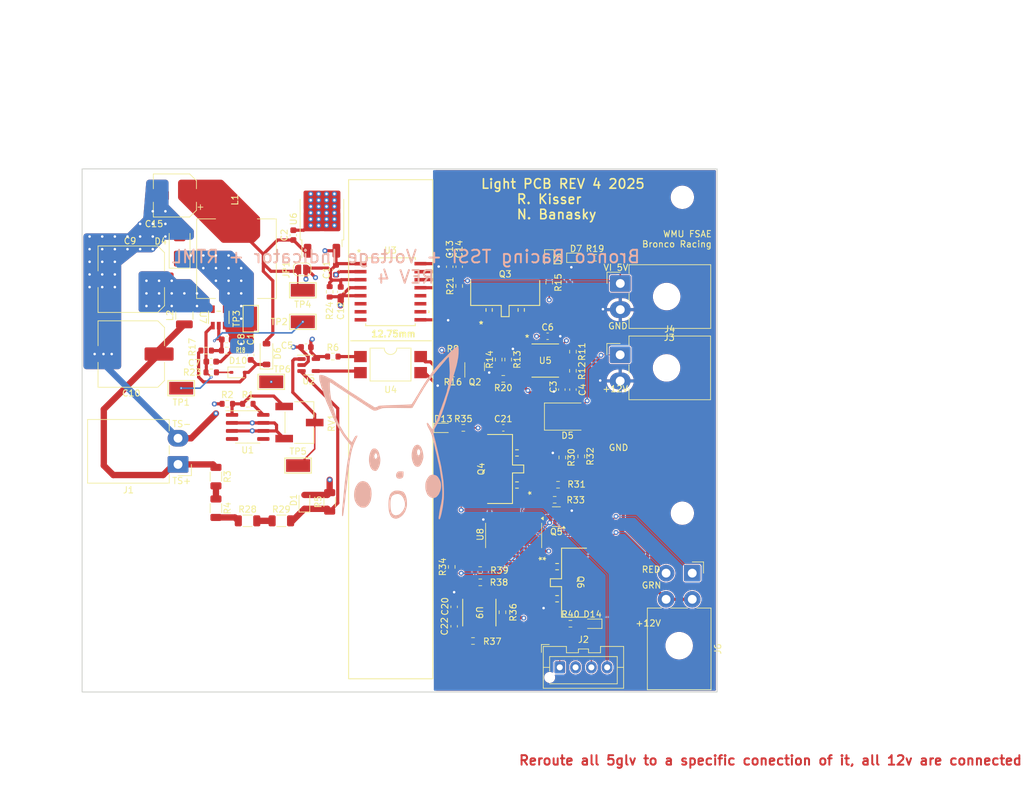
<source format=kicad_pcb>
(kicad_pcb (version 20241229) (generator "pcbnew") (generator_version "9.0")
  (layers (0 "F.Cu" signal) (4 "In1.Cu" signal) (6 "In2.Cu" signal) (2 "B.Cu" signal) (13 "F.Paste" user) (15 "B.Paste" user) (5 "F.SilkS" user "F.Silkscreen") (7 "B.SilkS" user "B.Silkscreen") (1 "F.Mask" user) (3 "B.Mask" user) (25 "Edge.Cuts" user))
  (net 0 "")
  (net 1 "GND")
  (net 2 "+5V")
  (net 3 "TS-")
  (net 4 "+12V")
  (net 5 "Net-(D10-A)")
  (net 6 "Net-(D4-K)")
  (net 7 "Net-(U5-CV)")
  (net 8 "Net-(U5-THR)")
  (net 9 "+5V@GLV")
  (net 10 "Net-(U7-VCC)")
  (net 11 "Net-(U7-DRAIN)")
  (net 12 "Net-(D1-K)")
  (net 13 "Net-(U8-J=*A-B)")
  (net 14 "Net-(D3-A)")
  (net 15 "/Ext-LED-RED")
  (net 16 "Net-(D5-A)")
  (net 17 "Net-(D7-A)")
  (net 18 "Net-(Q2-B)")
  (net 19 "Net-(Q2-C)")
  (net 20 "Net-(Q3-G)")
  (net 21 "Net-(U1-K)")
  (net 22 "Net-(U1-REF)")
  (net 23 "TS+")
  (net 24 "Net-(U5-DIS)")
  (net 25 "Net-(U5-Q)")
  (net 26 "Net-(U7-FB)")
  (net 27 "Net-(U3-SEL)")
  (net 28 "Net-(U2-+)")
  (net 30 "Net-(R3-Pad2)")
  (net 31 "Net-(R6-Pad2)")
  (net 32 "Net-(R16-Pad1)")
  (net 38 "Net-(U2-Pad4)")
  (net 39 "Net-(R28-Pad1)")
  (net 40 "Net-(R28-Pad2)")
  (net 41 "Net-(D6-A)")
  (net 42 "Net-(D10-K)")
  (net 43 "Net-(U9-CV)")
  (net 44 "Net-(U9-THR)")
  (net 45 "/Ext-LED-AMBER_AFT")
  (net 46 "/Ext-LED-GREEN")
  (net 47 "Net-(D13-A)")
  (net 48 "Net-(D14-A)")
  (net 49 "BMS Fault")
  (net 50 "IMD Fault")
  (net 51 "Net-(Q4-G)")
  (net 52 "Net-(Q5-B)")
  (net 53 "Net-(Q5-C)")
  (net 54 "Net-(Q6-G)")
  (net 55 "Net-(U9-DIS)")
  (net 56 "Net-(U9-Q)")
  (footprint "Capacitor_SMD:C_0603_1608Metric" (layer "F.Cu") (at 118.015001 91.78)
    (property "Reference" "C8")
    (property "Value" "470p")
  )
  (footprint "LED_SMD:LED_0603_1608Metric" (layer "F.Cu") (at 152.2963 105.77)
    (property "Reference" "D13")
    (property "Value" "LED-Green")
  )
  (footprint "footprints:SO_0DVER_TEX" (layer "F.Cu") (at 143.9379 84.215)
    (property "Reference" "U3")
    (property "Value" "UCC12040DVE")
  )
  (footprint "Resistor_SMD:R_0603_1608Metric" (layer "F.Cu") (at 172.8199 93.7034 -90)
    (property "Reference" "R11")
    (property "Value" "22k")
  )
  (footprint "Resistor_SMD:R_0603_1608Metric" (layer "F.Cu") (at 161.665 134.945 90)
    (property "Reference" "R36")
    (property "Value" "22k")
  )
  (footprint "Capacitor_SMD:C_0603_1608Metric" (layer "F.Cu") (at 172.8199 99.705 90)
    (property "Reference" "C4")
    (property "Value" "1u")
  )
  (footprint "Resistor_SMD:R_1206_3216Metric" (layer "F.Cu") (at 134.315 117.48 90)
    (property "Reference" "R5")
    (property "Value" "20K")
  )
  (footprint "Resistor_SMD:R_0603_1608Metric" (layer "F.Cu") (at 174.135 110.27 -90)
    (property "Reference" "R32")
    (property "Value" "22k")
  )
  (footprint "Package_TO_SOT_SMD:SOT-23-5" (layer "F.Cu") (at 130.9975 95.82)
    (property "Reference" "U2")
    (property "Value" "LMV331")
  )
  (footprint "footprints 555:M08A-L" (layer "F.Cu") (at 168.44245 95.1084)
    (property "Reference" "U5")
    (property "Value" "LM555xN")
  )
  (footprint "Resistor_SMD:R_0603_1608Metric" (layer "F.Cu") (at 154.815 83.305 90)
    (property "Reference" "R21")
    (property "Value" "0")
  )
  (footprint "IRLZ44NSTRLPBF:NMOSGDS_D2PAK_INF" (layer "F.Cu") (at 162.095 81.4313)
    (property "Reference" "Q3")
    (property "Value" "IRLZ44N")
  )
  (footprint "Package_TO_SOT_SMD:TO-252-2" (layer "F.Cu") (at 133.095 72.69 90)
    (property "Reference" "U6")
    (property "Value" "L7805")
  )
  (footprint "Capacitor_SMD:C_0603_1608Metric" (layer "F.Cu") (at 168.815 91.2634)
    (property "Reference" "C6")
    (property "Value" "0.1u")
  )
  (footprint "Capacitor_SMD:CP_Elec_6.3x7.7" (layer "F.Cu") (at 109.815 68.98 180)
    (property "Reference" "C15")
    (property "Value" "100u")
  )
  (footprint "Resistor_SMD:R_0603_1608Metric" (layer "F.Cu") (at 134.815 94.48)
    (property "Reference" "R6")
    (property "Value" "1k")
  )
  (footprint "LED_SMD:LED_0603_1608Metric" (layer "F.Cu") (at 175.9225 136.77 180)
    (property "Reference" "D14")
    (property "Value" "LED-Red")
  )
  (footprint "Capacitor_SMD:C_0603_1608Metric" (layer "F.Cu") (at 128.565 75.255 90)
    (property "Reference" "C2")
    (property "Value" "0.1u")
  )
  (footprint "Jumper:SolderJumper-2_P1.3mm_Open_RoundedPad1.0x1.5mm" (layer "F.Cu") (at 129.965 80.68)
    (property "Reference" "JP1")
    (property "Value" "SolderJumper_2_Open")
  )
  (footprint "Capacitor_SMD:C_0603_1608Metric" (layer "F.Cu") (at 153.315 80.2634 90)
    (property "Reference" "C13")
    (property "Value" "10u")
  )
  (footprint "Package_TO_SOT_SMD:SOT-23" (layer "F.Cu") (at 170.1975 119.82 180)
    (property "Reference" "Q5")
    (property "Value" "MMBT3904")
  )
  (footprint "Inductor_SMD:L_12x12mm_H8mm" (layer "F.Cu") (at 119.565 78.98 90)
    (property "Reference" "L1")
    (property "Value" "1.2m")
  )
  (footprint "Diode_SMD:D_SOD-323" (layer "F.Cu") (at 119.815 96.98)
    (property "Reference" "D10")
    (property "Value" "1N4148WS")
  )
  (footprint "Capacitor_SMD:C_0603_1608Metric" (layer "F.Cu") (at 154.815 80.2634 90)
    (property "Reference" "C14")
    (property "Value" "0.1u")
  )
  (footprint "LED_SMD:LED_0603_1608Metric" (layer "F.Cu") (at 169.065 79.0575 -90)
    (property "Reference" "D3")
    (property "Value" "LED-Yellow")
  )
  (footprint "LED_SMD:LED_0603_1608Metric" (layer "F.Cu") (at 173.315 78.84)
    (property "Reference" "D7")
    (property "Value" "LED-Red")
  )
  (footprint "Resistor_SMD:R_0603_1608Metric" (layer "F.Cu") (at 157 139.4979 180)
    (property "Reference" "R37")
    (property "Value" "220k")
  )
  (footprint "Resistor_SMD:R_0603_1608Metric" (layer "F.Cu") (at 114.765001 93.53)
    (property "Reference" "R17")
    (property "Value" "20k")
  )
  (footprint "Resistor_SMD:R_0603_1608Metric" (layer "F.Cu") (at 161.79 98.005 180)
    (property "Reference" "R20")
    (property "Value" "22k")
  )
  (footprint "Resistor_SMD:R_0603_1608Metric" (layer "F.Cu") (at 170.46 114.77 180)
    (property "Reference" "R31")
    (property "Value" "1k")
  )
  (footprint "Diode_SMD:D_SOD-123" (layer "F.Cu") (at 124.315 94.08 90)
    (property "Reference" "D6")
    (property "Value" "1N4007")
  )
  (footprint "Capacitor_SMD:C_0603_1608Metric" (layer "F.Cu") (at 121.815 94.23 90)
    (property "Reference" "C1")
    (property "Value" "220n")
  )
  (footprint "Capacitor_SMD:C_0603_1608Metric" (layer "F.Cu") (at 154.015 137.17 -90)
    (property "Reference" "C22")
    (property "Value" "1u")
  )
  (footprint "Capacitor_SMD:C_0603_1608Metric" (layer "F.Cu") (at 115.565 95.28)
    (property "Reference" "C7")
    (property "Value" "2.2u")
  )
  (footprint "Resistor_SMD:R_0603_1608Metric" (layer "F.Cu") (at 172.4225 136.77 180)
    (property "Reference" "R40")
    (property "Value" "1k")
  )
  (footprint "TestPoint:TestPoint_Keystone_5019_Minature" (layer "F.Cu") (at 125.065 98.48)
    (property "Reference" "TP6")
    (property "Value" "TestPoint")
  )
  (footprint "Resistor_SMD:R_0603_1608Metric" (layer "F.Cu") (at 155.4713 105.77)
    (property "Reference" "R35")
    (property "Value" "2.2k")
  )
  (footprint "Resistor_SMD:R_0603_1608Metric" (layer "F.Cu") (at 162.565 94.9534 -90)
    (property "Reference" "R13")
    (property "Value" "100k")
  )
  (footprint "MountingHole:MountingHole_3.2mm_M3" (layer "F.Cu") (at 100.135 119.27)
    (property "Reference" "H3" (hide yes))
    (property "Value" "MountingHole")
  )
  (footprint "MP174AGJ_Z:TSOT23-5_MP174A_MNP" (layer "F.Cu") (at 116.765001 88.28 90)
    (property "Reference" "U7")
    (property "Value" "MP174AGJ-Z")
  )
  (footprint "Resistor_SMD:R_0603_1608Metric" (layer "F.Cu") (at 158.16 130.22 180)
    (property "Reference" "R38")
    (property "Value" "100k")
  )
  (footprint "Connector_TE-Connectivity:TE_MATE-N-LOK_1-770968-x_2x02_P4.14mm_Horizontal" (layer "F.Cu") (at 191.705 128.76 -90)
    (property "Reference" "J6")
    (property "Value" "Conn_01x04")
  )
  (footprint "Capacitor_SMD:C_0603_1608Metric" (layer "F.Cu") (at 130.565 92.98 180)
    (property "Reference" "C5")
    (property "Value" "0.1u")
  )
  (footprint "TestPoint:TestPoint_Keystone_5019_Minature" (layer "F.Cu") (at 110.815 99.48)
    (property "Reference" "TP1")
    (property "Value" "TestPoint")
  )
  (footprint "Resistor_SMD:R_0603_1608Metric" (layer "F.Cu") (at 158.135 128.27)
    (property "Reference" "R39")
    (property "Value" "1k")
  )
  (footprint "Resistor_SMD:R_0603_1608Metric" (layer "F.Cu") (at 118.015001 93.53)
    (property "Reference" "R18")
    (property "Value" "20k")
  )
  (footprint "Resistor_SMD:R_0603_1608Metric" (layer "F.Cu") (at 153.635 127.77 90)
    (property "Reference" "R34")
    (property "Value" "22k" (hide yes))
  )
  (footprint "TestPoint:TestPoint_Keystone_5019_Minature" (layer "F.Cu") (at 129.315 111.73)
    (property "Reference" "TP5")
    (property "Value" "TestPoint")
  )
  (footprint "Resistor_SMD:R_0603_1608Metric" (layer "F.Cu") (at 153.815 97.1634)
    (property "Reference" "R16")
    (property "Value" "220k")
  )
  (footprint "Capacitor_SMD:C_0603_1608Metric" (layer "F.Cu") (at 154.015 134.095 -90)
    (property "Reference" "C20")
    (property "Value" "0.1u")
  )
  (footprint "Resistor_SMD:R_0603_1608Metric" (layer "F.Cu") (at 176.315 78.84)
    (property "Reference" "R19")
    (property "Value" "1k")
  )
  (footprint "Resistor_SMD:R_0603_1608Metric" (layer "F.Cu") (at 172.815 96.73 -90)
    (property "Reference" "R12")
    (property "Value" "220k")
  )
  (footprint "Resistor_SMD:R_1206_3216Metric" (layer "F.Cu") (at 126.6675 120.48)
    (property "Reference" "R29")
    (property "Value" "500k")
  )
  (footprint "Capacitor_SMD:C_0603_1608Metric" (layer "F.Cu") (at 136.065 84.23 -90)
    (property "Reference" "C12")
    (property "Value" "0.1u")
  )
  (footprint "Resistor_SMD:R_0603_1608Metric" (layer "F.Cu") (at 169.065 82.77 -90)
    (property "Reference" "R15")
    (property "Value" "2.2k")
  )
  (footprint "MountingHole:MountingHole_3.2mm_M3" (layer "F.Cu") (at 190.135 119.27)
    (property "Reference" "H4" (hide yes))
    (property "Value" "MountingHole")
  )
  (footprint "Capacitor_SMD:C_0603_1608Metric" (layer "F.Cu") (at 135.315 80.755 -90)
    (property "Reference" "C11")
    (property "Value" "10u")
  )
  (footprint "Inductor_SMD:L_1210_3225Metric" (layer "F.Cu") (at 111.315 87.98 90)
    (property "Reference" "L2")
    (property "Value" "1m")
  )
  (footprint "Resistor_SMD:R_0603_1608Metric" (layer "F.Cu") (at 161.065 94.9534 90)
    (property "Reference" "R14")
    (property "Value" "1k")
  )
  (footprint "Potentiometer_SMD:Potentiometer_Bourns_3269W_Vertical" (layer "F.Cu") (at 129.53 104.92 90)
    (property "Reference" "RV1")
    (property "Value" "R_Potentiometer")
  )
  (footprint "Resistor_SMD:R_0603_1608Metric" (layer "F.Cu") (at 121.365 101.96)
    (property "Reference" "R1")
    (property "Value" "2.2k")
  )
  (footprint "Diode_SMD:D_SMA" (layer "F.Cu") (at 110.565 76.98 90)
    (property "Reference" "D4")
    (property "Value" "STTH1R06A")
  )
  (footprint "MountingHole:MountingHole_3.2mm_M3" (layer "F.Cu") (at 100.135 69.27)
    (property "Reference" "H1" (hide yes))
    (property "Value" "MountingHole")
  )
  (footprint "Resistor_SMD:R_0603_1608Metric" (layer "F.Cu") (at 171.135 110.445 -90)
    (property "Reference" "R30")
    (property "Value" "220k")
  )
  (footprint "Capacitor_SMD:C_Elec_10x10.2" (layer "F.Cu") (at 102.915 94.08 180)
    (property "Reference" "C10")
    (property "Value" "500V 3.9u")
  )
  (footprint "Package_SO:SOIC-14_3.9x8.7mm_P1.27mm" (layer "F.Cu") (at 163.436 122.795 -90)
    (property "Reference" "U8")
    (property "Value" "CD4093BM96")
  )
  (footprint "IRLZ44NSTRLPBF:NMOSGDS_D2PAK_INF" (layer "F.Cu") (at 158.2963 112.27 90)
    (property "Reference" "Q4")
    (property "Value" "IRLZ44N")
  )
  (footprint "Connector_TE-Connectivity:TE_MATE-N-LOK_1-770966-x_1x02_P4.14mm_Horizontal" (layer "F.Cu") (at 180.295 94.2)
    (property "Reference" "J4")
    (property "Value" "Conn_01x02")
  )
  (footprint "Connector_TE-Connectivity:TE_MATE-N-LOK_1-770966-x_1x02_P4.14mm_Horizontal" (layer "F.Cu") (at 110.315 111.55 180)
    (property "Reference" "J1")
    (property "Value" "TE 770966-2")
  )
  (footprint "Resistor_SMD:R_1206_3216Metric" (layer "F.Cu") (at 116.315 113.48 -90)
    (property "Reference" "R3")
    (property "Value" "500k")
  )
  (footprint "TestPoint:TestPoint_Keystone_5019_Minature" (layer "F.Cu") (at 130.065 88.98)
    (property "Reference" "TP2")
    (property "Value" "TestPoint")
  )
  (footprint "Resistor_SMD:R_1206_3216Metric" (layer "F.Cu") (at 121.315 120.48)
    (property "Reference" "R28")
    (property "Value" "500k")
  )
  (footprint "MountingHole:MountingHole_3.2mm_M3" (layer "F.Cu") (at 190.135 69.27)
    (property "Reference" "H2" (hide yes))
    (property "Value" "MountingHole")
  )
  (footprint "TestPoint:TestPoint_Keystone_5019_Minature" (layer "F.Cu") (at 130.065 83.98 180)
    (property "Reference" "TP4")
    (property "Value" "TestPoint")
  )
  (footprint "Connector_TE-Connectivity:TE_MATE-N-LOK_1-770966-x_1x02_P4.14mm_Horizontal" (layer "F.Cu") (at 180.315 82.91)
    (property "Reference" "J3")
    (property "Value" "Conn_01x02")
  )
  (footprint "footprints 555:M08A-L" (layer "F.Cu") (at 158 134.9979 -90)
    (property "Reference" "U9")
    (property "Value" "LM555xN")
  )
  (footprint "Diode_SMD:D_SMB" (layer "F.Cu") (at 171.965 103.98)
    (property "Reference" "D5")
    (property "Value" "SSB43L")
  )
  (footprint "Capacitor_SMD:C_Elec_10x10.2" (layer "F.Cu") (at 102.915 82.23 180)
    (property "Reference" "C9")
    (property "Value" "500V 3.9u")
  )
  (footprint "Connector_JST:JST_XA_B04B-XASK-1-A_1x04_P2.50mm_Vertical" (layer "F.Cu") (at 170.735 143.67)
    (property "Reference" "J2")
    (property "Value" "JST B04B-XASK")
  )
  (footprint "Resistor_SMD:R_0603_1608Metric" (layer "F.Cu") (at 169.93 117.15)
    (property "Reference" "R33")
    (property "Value" "220k")
  )
  (footprint "Resistor_SMD:R_0603_1608Metric" (layer "F.Cu") (at 115.565 96.98)
    (property "Reference" "R23")
    (property "Value" "24k")
  )
  (footprint "Resistor_SMD:R_0603_1608Metric" (layer "F.Cu") (at 153.815 94.5134 180)
    (property "Reference" "R9")
    (property "Value" "22k")
  )
  (footprint "Package_TO_SOT_SMD:SOT-23" (layer "F.Cu") (at 157.265 96.0759 90)
    (property "Reference" "Q2")
    (property "Value" "MMBT3904")
  )
  (footprint "Resistor_SMD:R_0603_1608Metric" (layer "F.Cu") (at 134.315 84.23 -90)
    (property "Reference" "R24")
    (property "Value" "1k")
  )
  (footprint "Resistor_SMD:R_0603_1608Metric" (layer "F.Cu") (at 118.115 101.96)
    (property "Reference" "R2")
    (property "Value" "2.2k")
  )
  (footprint "TestPoint:TestPoint_Keystone_5019_Minature" (layer "F.Cu") (at 121.815 88.48 90)
    (property "Reference" "TP3")
    (property "Value" "TestPoint")
  )
  (footprint "Package_SO:SOIC-8_3.9x4.9mm_P1.27mm" (layer "F.Cu") (at 121.34 105.615)
    (property "Reference" "U1")
    (property "Value" "TL431D")
  )
  (footprint "Resistor_SMD:R_1206_3216Metric" (layer "F.Cu") (at 116.315 118.48 -90)
    (property "Reference" "R4")
    (property "Value" "500k")
  )
  (footprint "Capacitor_SMD:C_0603_1608Metric" (layer "F.Cu") (at 161.7963 105.77)
    (property "Reference" "C21")
    (property "Value" "0.1u")
  )
  (footprint "Diode_SMD:D_SOD-323F" (layer "F.Cu") (at 130.315 117.48 90)
    (property "Reference" "D1")
    (property "Value" "BZT52C5V1SQ-7-F")
  )
  (footprint "IRLZ44NSTRLPBF:NMOSGDS_D2PAK_INF" (layer "F.Cu") (at 175.9737 130.27 -90)
    (property "Reference" "Q6")
    (property "Value" "IRLZ44N")
  )
  (footprint "Package_DIP:SMDIP-4_W9.53mm" (layer "F.Cu") (at 143.95 95.75)
    (property "Reference" "U4")
    (property "Value" "LTV-817S")
  )
  (footprint "Capacitor_SMD:C_0603_1608Metric" (layer "F.Cu") (at 171.065 99.705 90)
    (property "Reference" "C3")
    (property "Value" "0.1u")
  )
  (footprint "TSAL:pika" (layer "B.Cu") (at 143.635 106.27 180)
    (property "Reference" "G***" (hide yes))
    (property "Value" "LOGO" (hide yes))
  )
  (gr_rect (start 137.315 66.48) (end 150.635 145.48) (stroke (width 0.15)) (fill no) (layer "F.SilkS"))
  (gr_line (start 137.64 91.98) (end 150.39 91.98) (stroke (width 0.15)) (layer "F.SilkS"))
  (gr_rect (start 95.135 64.77) (end 195.635 147.57) (stroke (width 0.15)) (fill no) (layer "Edge.Cuts"))
  (gr_text "Reroute all 5glv to a specific conection of it, all 12v are connected\n" (at 164.135 159.27 0) (layer "F.Cu") (effects (font (size 1.5 1.5) (thickness 0.3) (bold yes)) (justify left bottom)))
  (gr_text "Light PCB REV 4 2025 	\n	R. Kisser\n	N. Banasky\n" (at 158.135 66.27 0) (layer "F.SilkS") (effects (font (size 1.5 1.5) (thickness 0.25) (bold yes)) (justify left top)))
  (gr_text "+12V" (at 182.635 137.27 0) (layer "F.SilkS") (effects (font (size 1 1)) (justify left bottom)))
  (gr_text "12.75mm" (at 140.765 91.48 0) (layer "F.SilkS") (effects (font (size 1 1) (thickness 0.25) (bold yes)) (justify left bottom)))
  (gr_text "VI 5V" (at 177.565 80.98 0) (layer "F.SilkS") (effects (font (size 1 1)) (justify left bottom)))
  (gr_text "TS-\n" (at 109.315 105.73 0) (layer "F.SilkS") (effects (font (size 1 1)) (justify left bottom)))
  (gr_text "RED" (at 183.635 128.77 0) (layer "F.SilkS") (effects (font (size 1 1)) (justify left bottom)))
  (gr_text "GRN" (at 183.635 131.27 0) (layer "F.SilkS") (effects (font (size 1 1)) (justify left bottom)))
  (gr_text "+12V" (at 177.415 100.18 0) (layer "F.SilkS") (effects (font (size 1 1)) (justify left bottom)))
  (gr_text "GND" (at 178.315 90.23 0) (layer "F.SilkS") (effects (font (size 1 1)) (justify left bottom)))
  (gr_text "GND" (at 178.415 109.48 0) (layer "F.SilkS") (effects (font (size 1 1)) (justify left bottom)))
  (gr_text "WMU FSAE \nBronco Racing " (at 195.635 77.27 0) (layer "F.SilkS") (effects (font (size 1 1)) (justify right bottom)))
  (gr_text "TS+\n" (at 109.315 114.73 0) (layer "F.SilkS") (effects (font (size 1 1)) (justify left bottom)))
  (gr_text "Bronco Racing TSSI + Voltage Indicator + RTML\nREV 4" (at 146.385 80.27 0) (layer "B.SilkS") (effects (font (size 2 2) (thickness 0.3)) (justify mirror)))
  (segment (start 162.5713 105.77) (end 163.883 105.77) (width 0.1) (layer "F.Cu") (net 1))
  (segment (start 153.315 79.4884) (end 153.315 78.23) (width 0.25) (layer "F.Cu") (net 1))
  (segment (start 171.025 109.73) (end 169.635 109.73) (width 0.25) (layer "F.Cu") (net 1))
  (segment (start 169.85 99.9784) (end 169.815 100.0134) (width 0.25) (layer "F.Cu") (net 1))
  (segment (start 148.715 97.02) (end 149.355 97.02) (width 0.5) (layer "F.Cu") (net 1))
  (segment (start 148.675 81.04) (end 150.755 81.04) (width 0.5) (layer "F.Cu") (net 1))
  (segment (start 171.065 99.9833) (end 171.0699 99.9784) (width 0.25) (layer "F.Cu") (net 1))
  (segment (start 180.315 87.05) (end 177.635 87.05) (width 0.25) (layer "F.Cu") (net 1))
  (segment (start 169.635 109.73) (end 166.2973 109.73) (width 0.25) (layer "F.Cu") (net 1))
  (segment (start 158.685 120.32) (end 158.635 120.27) (width 0.2) (layer "F.Cu") (net 1))
  (segment (start 152.66019 135.77) (end 153.28519 136.395) (width 0.25) (layer "F.Cu") (net 1))
  (segment (start 152.3066 79.4884) (end 151.565 80.23) (width 0.5) (layer "F.Cu") (net 1))
  (segment (start 149.355 97.02) (end 151.415 99.08) (width 0.5) (layer "F.Cu") (net 1))
  (segment (start 153.11019 133.32) (end 152.66019 133.77) (width 0.25) (layer "F.Cu") (net 1))
  (segment (start 154.015 133.32) (end 153.11019 133.32) (width 0.25) (layer "F.Cu") (net 1))
  (segment (start 171.135 109.62) (end 171.025 109.73) (width 0.25) (layer "F.Cu") (net 1))
  (segment (start 151.105 79.77) (end 151.565 80.23) (width 0.5) (layer "F.Cu") (net 1))
  (segment (start 177.135 98.27) (end 177.205 98.34) (width 0.1) (layer "F.Cu") (net 1))
  (segment (start 151.565 80.23) (end 151.815 80.23) (width 0.25) (layer "F.Cu") (net 1))
  (segment (start 152.995 88.66) (end 153.065 88.73) (width 0.5) (layer "F.Cu") (net 1))
  (segment (start 177.635 87.05) (end 177.565 86.98) (width 0.25) (layer "F.Cu") (net 1))
  (segment (start 164.355 90.6423) (end 163.315 91.6823) (width 0.35) (layer "F.Cu") (net 1))
  (segment (start 172.8199 99.9784) (end 171.0699 99.9784) (width 0.25) (layer "F.Cu") (net 1))
  (segment (start 163.883 105.77) (end 166.2973 108.1843) (width 0.1) (layer "F.Cu") (net 1))
  (segment (start 171.065 100.48) (end 171.065 99.9833) (width 0.25) (layer "F.Cu") (net 1))
  (segment (start 148.315 97.032) (end 149.367 97.032) (width 0.5) (layer "F.Cu") (net 1))
  (segment (start 153.315 79.4884) (end 154.815 79.4884) (width 0.25) (layer "F.Cu") (net 1))
  (segment (start 172.8199 100.48) (end 172.8199 99.9784) (width 0.25) (layer "F.Cu") (net 1))
  (segment (start 169.59 91.2634) (end 170.815 91.2634) (width 0.25) (layer "F.Cu") (net 1))
  (segment (start 172.5275 78.84) (end 172.5275 80.3025) (width 0.25) (layer "F.Cu") (net 1))
  (segment (start 171.0699 99.9784) (end 169.85 99.9784) (width 0.25) (layer "F.Cu") (net 1))
  (segment (start 162.565 94.0134) (end 163.315 93.2634) (width 0.25) (layer "F.Cu") (net 1))
  (segment (start 166.2973 108.1843) (end 166.2973 109.73) (width 0.1) (layer "F.Cu") (net 1))
  (segment (start 159.626 120.32) (end 158.685 120.32) (width 0.2) (layer "F.Cu") (net 1))
  (segment (start 162.565 94.1284) (end 162.565 94.0134) (width 0.25) (layer "F.Cu") (net 1))
  (segment (start 154.015 133.32) (end 154.015 131.77) (width 0.25) (layer "F.Cu") (net 1))
  (segment (start 163.375 93.2034) (end 163.315 93.2634) (width 0.25) (layer "F.Cu") (net 1))
  (segment (start 158.215 97.0134) (end 159.565 97.0134) (width 0.25) (layer "F.Cu") (net 1))
  (segment (start 177.205 98.34) (end 180.295 98.34) (width 0.1) (layer "F.Cu") (net 1))
  (segment (start 162.5713 105.77) (end 162.9338 105.77) (width 0.1) (layer "F.Cu") (net 1))
  (segment (start 148.675 88.66) (end 152.995 88.66) (width 0.5) (layer "F.Cu") (net 1))
  (segment (start 153.28519 136.395) (end 154.015 136.395) (width 0.25) (layer "F.Cu") (net 1))
  (segment (start 148.675 79.77) (end 151.105 79.77) (width 0.5) (layer "F.Cu") (net 1))
  (segment (start 160.33965 132.81) (end 168.134 132.81) (width 0.5) (layer "F.Cu") (net 1))
  (segment (start 150.755 81.04) (end 151.565 80.23) (width 0.5) (layer "F.Cu") (net 1))
  (segment (start 159.905 132.37535) (end 159.905 131.14) (width 0.15) (layer "F.Cu") (net 1))
  (segment (start 171.135 118.87) (end 172.635 118.87) (width 0.2) (layer "F.Cu") (net 1))
  (segment (start 172.5275 80.3025) (end 172.565 80.34) (width 0.25) (layer "F.Cu") (net 1))
  (segment (start 153.315 79.4884) (end 152.3066 79.4884) (width 0.5) (layer "F.Cu") (net 1))
  (segment (start 152.66019 133.77) (end 152.66019 135.77) (width 0.25) (layer "F.Cu") (net 1))
  (segment (start 168.134 132.81) (end 168.094 132.77) (width 0.5) (layer "F.Cu") (net 1))
  (segment (start 165.8199 93.2034) (end 163.375 93.2034) (width 0.25) (layer "F.Cu") (net 1))
  (segment (start 163.315 91.6823) (end 163.315 93.2634) (width 0.35) (layer "F.Cu") (net 1))
  (segment (start 168.134 132.81) (end 168.134 134.269) (width 0.5) (layer "F.Cu") (net 1))
  (segment (start 153.065 88.73) (end 152.955 88.62) (width 0.25) (layer "F.Cu") (net 1))
  (segment (start 159.905 132.37535) (end 160.33965 132.81) (width 0.5) (layer "F.Cu") (net 1))
  (segment (start 159.905 131.14) (end 158.985 130.22) (width 0.15) (layer "F.Cu") (net 1))
  (via (at 177.565 86.98) (size 0.8) (drill 0.4) (layers "F.Cu" "B.Cu") (net 1))
  (via (at 151.565 80.23) (size 0.8) (drill 0.4) (layers "F.Cu" "B.Cu") (net 1))
  (via (at 168.173849 134.291494) (size 0.8) (drill 0.4) (layers "F.Cu" "B.Cu") (net 1))
  (via (at 170.815 91.2634) (size 0.8) (drill 0.4) (layers "F.Cu" "B.Cu") (net 1))
  (via (at 169.815 100.0134) (size 0.8) (drill 0.4) (layers "F.Cu" "B.Cu") (net 1))
  (via (at 177.135 98.27) (size 0.8) (drill 0.4) (layers "F.Cu" "B.Cu") (net 1))
  (via (at 159.565 97.0134) (size 0.8) (drill 0.4) (layers "F.Cu" "B.Cu") (net 1))
  (via (at 158.635 120.27) (size 0.8) (drill 0.4) (layers "F.Cu" "B.Cu") (net 1))
  (via (at 172.635 118.87) (size 0.8) (drill 0.4) (layers "F.Cu" "B.Cu") (net 1))
  (via (at 153.315 78.23) (size 0.8) (drill 0.4) (layers "F.Cu" "B.Cu") (net 1))
  (via (at 172.565 80.34) (size 0.8) (drill 0.4) (layers "F.Cu" "B.Cu") (net 1))
  (via (at 151.415 99.08) (size 0.8) (drill 0.4) (layers "F.Cu" "B.Cu") (net 1))
  (via (at 169.635 109.73) (size 0.8) (drill 0.4) (layers "F.Cu" "B.Cu") (net 1))
  (via (at 154.015 131.77) (size 0.8) (drill 0.4) (layers "F.Cu" "B.Cu") (net 1))
  (via (at 153.065 88.73) (size 0.8) (drill 0.4) (layers "F.Cu" "B.Cu") (net 1))
  (via (at 163.315 93.2634) (size 0.8) (drill 0.4) (layers "F.Cu" "B.Cu") (net 1))
  (segment (start 139.2008 79.77) (end 135.525 79.77) (width 0.5) (layer "F.Cu") (net 2))
  (segment (start 116.085 101.96) (end 116.065 101.98) (width 0.5) (layer "F.Cu") (net 2))
  (segment (start 132.135 94.55) (end 132.135 94.87) (width 0.5) (layer "F.Cu") (net 2))
  (segment (start 130.565 80.48) (end 130.565 82.23) (width 0.5) (layer "F.Cu") (net 2))
  (segment (start 130.565 80.48) (end 132.065 81.98) (width 0.5) (layer "F.Cu") (net 2))
  (segment (start 136.135 82.31) (end 136.065 82.38) (width 0.5) (layer "F.Cu") (net 2))
  (segment (start 132.065 94.48) (end 132.135 94.55) (width 0.5) (layer "F.Cu") (net 2))
  (segment (start 117.29 101.96) (end 116.085 101.96) (width 0.5) (layer "F.Cu") (net 2))
  (segment (start 131.34 93.755) (end 132.065 94.48) (width 0.5) (layer "F.Cu") (net 2))
  (segment (start 136.065 82.38) (end 134.715 82.38) (width 0.5) (layer "F.Cu") (net 2))
  (segment (start 134.315 83.405) (end 134.315 82.78) (width 0.5) (layer "F.Cu") (net 2))
  (segment (start 134.315 82.78) (end 134.715 82.38) (width 0.5) (layer "F.Cu") (net 2))
  (segment (start 135.565 79.73) (end 135.315 79.98) (width 0.5) (layer "F.Cu") (net 2))
  (segment (start 135.315 77.79) (end 135.375 77.73) (width 0.5) (layer "F.Cu") (net 2))
  (segment (start 133.99 94.48) (end 132.065 94.48) (width 0.5) (layer "F.Cu") (net 2))
  (segment (start 134.715 82.38) (end 134.44 82.105) (width 0.5) (layer "F.Cu") (net 2))
  (segment (start 135.375 77.73) (end 133.565 77.73) (width 0.5) (layer "F.Cu") (net 2))
  (segment (start 136.065 83.455) (end 136.065 82.38) (width 0.5) (layer "F.Cu") (net 2))
  (segment (start 131.34 92.98) (end 131.34 91.955) (width 0.5) (layer "F.Cu") (net 2))
  (segment (start 134.44 82.105) (end 134.44 80.855) (width 0.5) (layer "F.Cu") (net 2))
  (segment (start 131.34 92.98) (end 131.34 93.755) (width 0.5) (layer "F.Cu") (net 2))
  (segment (start 130.565 80.48) (end 134.065 80.48) (width 0.5) (layer "F.Cu") (net 2))
  (segment (start 135.315 79.98) (end 135.315 77.79) (width 0.5) (layer "F.Cu") (net 2))
  (segment (start 134.065 80.48) (end 134.44 80.855) (width 0.5) (layer "F.Cu") (net 2))
  (segment (start 134.44 80.855) (end 135.315 79.98) (width 0.5) (layer "F.Cu") (net 2))
  (segment (start 139.2008 82.31) (end 136.135 82.31) (width 0.5) (layer "F.Cu") (net 2))
  (segment (start 131.34 91.955) (end 131.565 91.73) (width 0.5) (layer "F.Cu") (net 2))
  (segment (start 135.525 79.77) (end 135.315 79.98) (width 0.5) (layer "F.Cu") (net 2))
  (via (at 132.065 81.98) (size 0.8) (drill 0.4) (layers "F.Cu" "B.Cu") (net 2))
  (via (at 133.565 77.73) (size 0.8) (drill 0.4) (layers "F.Cu" "B.Cu") (net 2))
  (via (at 116.065 101.98) (size 0.8) (drill 0.4) (layers "F.Cu" "B.Cu") (net 2))
  (via (at 131.565 91.73) (size 0.8) (drill 0.4) (layers "F.Cu" "B.Cu") (net 2))
  (via (at 130.565 82.23) (size 0.8) (drill 0.4) (layers "F.Cu" "B.Cu") (net 2))
  (segment (start 130.315 116.38) (end 133.9525 116.38) (width 1) (layer "F.Cu") (net 3))
  (segment (start 136.065 86.33) (end 136.015 86.38) (width 1) (layer "F.Cu") (net 3))
  (segment (start 125.905 106.25) (end 123.815 106.25) (width 0.5) (layer "F.Cu") (net 3))
  (segment (start 125.905 106.25) (end 125.905 105.32) (width 0.5) (layer "F.Cu") (net 3))
  (segment (start 136.065 85.005) (end 134.365 85.005) (width 0.5) (layer "F.Cu") (net 3))
  (segment (start 123.815 106.25) (end 122.085 106.25) (width 0.5) (layer "F.Cu") (net 3))
  (segment (start 123.815 104.98) (end 122.065 104.98) (width 0.5) (layer "F.Cu") (net 3))
  (segment (start 129.86 95.82) (end 130.354474 95.82) (width 0.5) (layer "F.Cu") (net 3))
  (segment (start 130.9225 95.251974) (end 130.9225 94.488026) (width 0.5) (layer "F.Cu") (net 3))
  (segment (start 130.195 74.48) (end 131.57 73.105) (width 0.5) (layer "F.Cu") (net 3))
  (segment (start 137.49 83.58) (end 136.065 85.005) (width 0.5) (layer "F.Cu") (net 3))
  (segment (start 122.045 106.25) (end 122.065 106.23) (width 0.5) (layer "F.Cu") (net 3))
  (segment (start 128.565 74.48) (end 130.195 74.48) (width 0.5) (layer "F.Cu") (net 3))
  (segment (start 129.79 93.355526) (end 129.79 92.98) (width 0.5) (layer "F.Cu") (net 3))
  (segment (start 135.805 81.04) (end 139.2008 81.04) (width 0.5) (layer "F.Cu") (net 3))
  (segment (start 130.354474 95.82) (end 130.9225 95.251974) (width 0.5) (layer "F.Cu") (net 3))
  (segment (start 136.22 84.85) (end 136.065 85.005) (width 0.5) (layer "F.Cu") (net 3))
  (segment (start 134.315 116.0175) (end 134.315 113.98) (width 1) (layer "F.Cu") (net 3))
  (segment (start 125.905 105.32) (end 125.565 104.98) (width 0.5) (layer "F.Cu") (net 3))
  (segment (start 110.315 107.41) (end 112.385 107.41) (width 1) (layer "F.Cu") (net 3))
  (segment (start 130.9225 94.488026) (end 129.79 93.355526) (width 0.5) (layer "F.Cu") (net 3))
  (segment (start 112.385 107.41) (end 116.315 103.48) (width 1) (layer "F.Cu") (net 3))
  (segment (start 125.565 104.98) (end 123.815 104.98) (width 0.5) (layer "F.Cu") (net 3))
  (segment (start 118.865 104.98) (end 122.065 104.98) (width 0.5) (layer "F.Cu") (net 3))
  (segment (start 139.2008 84.85) (end 136.22 84.85) (width 0.5) (layer "F.Cu") (net 3))
  (segment (start 135.315 81.53) (end 135.805 81.04) (width 0.5) (layer "F.Cu") (net 3))
  (segment (start 127.115 107.46) (end 125.905 106.25) (width 0.5) (layer "F.Cu") (net 3))
  (segment (start 118.865 106.25) (end 122.045 106.25) (width 0.5) (layer "F.Cu") (net 3))
  (segment (start 122.085 106.25) (end 122.065 106.23) (width 0.5) (layer "F.Cu") (net 3))
  (segment (start 136.065 85.005) (end 136.065 86.33) (width 1) (layer "F.Cu") (net 3))
  (segment (start 133.9525 116.38) (end 134.315 116.0175) (width 1) (layer "F.Cu") (net 3))
  (segment (start 134.365 85.005) (end 134.315 85.055) (width 0.5) (layer "F.Cu") (net 3))
  (segment (start 139.2008 83.58) (end 137.49 83.58) (width 0.5) (layer "F.Cu") (net 3))
  (segment (start 129.79 92.98) (end 128.565 92.98) (width 0.5) (layer "F.Cu") (net 3))
  (via (at 131.315 70.73) (size 0.8) (drill 0.4) (layers "F.Cu" "B.Cu") (net 3))
  (via (at 134.315 113.98) (size 0.8) (drill 0.4) (layers "F.Cu" "B.Cu") (net 3))
  (via (at 100.315 79.48) (size 0.8) (drill 0.4) (layers "F.Cu" "B.Cu") (net 3))
  (via (at 102.315 77.48) (size 0.8) (drill 0.4) (layers "F.Cu" "B.Cu") (net 3))
  (via (at 99.815 94.08) (size 0.8) (drill 0.4) (layers "F.Cu" "B.Cu") (net 3))
  (via (at 106.315 75.48) (size 0.8) (drill 0.4) (layers "F.Cu" "B.Cu") (net 3))
  (via (at 106.315 73.48) (size 0.8) (drill 0.4) (layers "F.Cu" "B.Cu") (net 3))
  (via (at 132.565 70.73) (size 0.8) (drill 0.4) (layers "F.Cu" "B.Cu") (net 3))
  (via (at 128.565 92.98) (size 0.8) (drill 0.4) (layers "F.Cu" "B.Cu") (net 3))
  (via (at 96.315 79.48) (size 0.8) (drill 0.4) (layers "F.Cu" "B.Cu") (net 3))
  (via (at 100.315 83.48) (size 0.8) (drill 0.4) (layers "F.Cu" "B.Cu") (net 3))
  (via (at 97.115 94.08) (size 0.8) (drill 0.4) (layers "F.Cu" "B.Cu") (net 3))
  (via (at 104.315 75.48) (size 0.8) (drill 0.4) (layers "F.Cu" "B.Cu") (net 3))
  (via (at 135.065 71.73) (size 0.8) (drill 0.4) (layers "F.Cu" "B.Cu") (net 3))
  (via (at 96.315 75.48) (size 0.8) (drill 0.4) (layers "F.Cu" "B.Cu") (net 3))
  (via (at 98.515 94.08) (size 0.8) (drill 0.4) (layers "F.Cu" "B.Cu") (net 3))
  (via (at 100.315 81.48) (size 0.8) (drill 0.4) (layers "F.Cu" "B.Cu") (net 3))
  (via (at 135.065 70.73) (size 0.8) (drill 0.4) (layers "F.Cu" "B.Cu") (net 3))
  (via (at 132.565 71.73) (size 0.8) (drill 0.4) (layers "F.Cu" "B.Cu") (net 3))
  (via (at 96.315 81.48) (size 0.8) (drill 0.4) (layers "F.Cu" "B.Cu") (net 3))
  (via (at 135.065 72.73) (size 0.8) (drill 0.4) (layers "F.Cu" "B.Cu") (net 3))
  (via (at 133.815 72.73) (size 0.8) (drill 0.4) (layers "F.Cu" "B.Cu") (net 3))
  (via (at 108.315 75.48) (size 0.8) (drill 0.4) (layers "F.Cu" "B.Cu") (net 3))
  (via (at 132.565 68.73) (size 0.8) (drill 0.4) (layers "F.Cu" "B.Cu") (net 3))
  (via (at 106.315 71.48) (size 0.8) (drill 0.4) (layers "F.Cu" "B.Cu") (net 3))
  (via (at 98.315 77.48) (size 0.8) (drill 0.4) (layers "F.Cu" "B.Cu") (net 3))
  (via (at 116.315 103.48) (size 0.8) (drill 0.4) (layers "F.Cu" "B.Cu") (net 3))
  (via (at 98.315 79.48) (size 0.8) (drill 0.4) (layers "F.Cu" "B.Cu") (net 3))
  (via (at 108.315 71.48) (size 0.8) (drill 0.4) (layers "F.Cu" "B.Cu") (net 3))
  (via (at 135.065 73.73) (size 0.8) (drill 0.4) (layers "F.Cu" "B.Cu") (net 3))
  (via (at 96.315 77.48) (size 0.8) (drill 0.4) (layers "F.Cu" "B.Cu") (net 3))
  (via (at 104.315 73.48) (size 0.8) (drill 0.4) (layers "F.Cu" "B.Cu") (net 3))
  (via (at 133.815 71.73) (size 0.8) (drill 0.4) (layers "F.Cu" "B.Cu") (net 3))
  (via (at 122.065 104.98) (size 0.8) (drill 0.4) (layers "F.Cu" "B.Cu") (net 3))
  (via (at 131.315 72.73) (size 0.8) (drill 0.4) (layers "F.Cu" "B.Cu") (net 3))
  (via (at 133.815 68.73) (size 0.8) (drill 0.4) (layers "F.Cu" "B.Cu") (net 3))
  (via (at 98.315 81.48) (size 0.8) (drill 0.4) (layers "F.Cu" "B.Cu") (net 3))
  (via (at 131.315 68.73) (size 0.8) (drill 0.4) (layers "F.Cu" "B.Cu") (net 3))
  (via (at 96.315 83.48) (size 0.8) (drill 0.4) (layers "F.Cu" "B.Cu") (net 3))
  (via (at 131.315 69.73) (size 0.8) (drill 0.4) (layers "F.Cu" "B.Cu") (net 3))
  (via (at 106.315 77.48) (size 0.8) (drill 0.4) (layers "F.Cu" "B.Cu") (net 3))
  (via (at 132.565 72.73) (size 0.8) (drill 0.4) (layers "F.Cu" "B.Cu") (net 3))
  (via (at 135.065 68.73) (size 0.8) (drill 0.4) (layers "F.Cu" "B.Cu") (net 3))
  (via (at 131.315 71.73) (size 0.8) (drill 0.4) (layers "F.Cu" "B.Cu") (net 3))
  (via (at 135.065 69.73) (size 0.8) (drill 0.4) (layers "F.Cu" "B.Cu") (net 3))
  (via (at 104.315 77.48) (size 0.8) (drill 0.4) (layers "F.Cu" "B.Cu") (net 3))
  (via (at 132.565 69.73) (size 0.8) (drill 0.4) (layers "F.Cu" "B.Cu") (net 3))
  (via (at 98.315 83.48) (size 0.8) (drill 0.4) (layers "F.Cu" "B.Cu") (net 3))
  (via (at 133.815 73.73) (size 0.8) (drill 0.4) (layers "F.Cu" "B.Cu") (net 3))
  (via (at 108.315 73.48) (size 0.8) (drill 0.4) (layers "F.Cu" "B.Cu") (net 3))
  (via (at 135.315 81.53) (size 0.8) (drill 0.4) (layers "F.Cu" "B.Cu") (net 3))
  (via (at 133.815 70.73) (size 0.8) (drill 0.4) (layers "F.Cu" "B.Cu") (net 3))
  (via (at 102.315 75.48) (size 0.8) (drill 0.4) (layers "F.Cu" "B.Cu") (net 3))
  (via (at 125.065 98.48) (size 0.45) (drill 0.2) (layers "F.Cu" "B.Cu") (net 3))
  (via (at 133.815 69.73) (size 0.8) (drill 0.4) (layers "F.Cu" "B.Cu") (net 3))
  (via (at 131.315 73.73) (size 0.8) (drill 0.4) (layers "F.Cu" "B.Cu") (net 3))
  (via (at 136.015 86.38) (size 0.8) (drill 0.4) (layers "F.Cu" "B.Cu") (net 3))
  (via (at 122.065 106.23) (size 0.8) (drill 0.4) (layers "F.Cu" "B.Cu") (net 3))
  (via (at 100.315 75.48) (size 0.8) (drill 0.4) (layers "F.Cu" "B.Cu") (net 3))
  (via (at 132.565 73.73) (size 0.8) (drill 0.4) (layers "F.Cu" "B.Cu") (net 3))
  (via (at 98.315 75.48) (size 0.8) (drill 0.4) (layers "F.Cu" "B.Cu") (net 3))
  (via (at 100.315 77.48) (size 0.8) (drill 0.4) (layers "F.Cu" "B.Cu") (net 3))
  (segment (start 98.385 95.48) (end 98.315 95.48) (width 1) (layer "B.Cu") (net 3))
  (segment (start 110.315 107.41) (end 98.385 95.48) (width 1) (layer "B.Cu") (net 3))
  (segment (start 168.04 91.2634) (end 167.065 91.2634) (width 0.25) (layer "F.Cu") (net 4))
  (segment (start 156.1213 105.77) (end 157.7963 105.77) (width 0.25) (layer "F.Cu") (net 4))
  (segment (start 152.9014 94.602) (end 152.99 94.5134) (width 0.25) (layer "F.Cu") (net 4))
  (segment (start 152.99 94.405) (end 152.065 93.48) (width 0.25) (layer "F.Cu") (net 4))
  (segment (start 159.905 137.53) (end 161.665 135.77) (width 0.5) (layer "F.Cu") (net 4))
  (segment (start 163.84 98.005) (end 162.615 98.005) (width 0.5) (layer "F.Cu") (net 4))
  (segment (start 171.135 136.77) (end 170.635 137.27) (width 0.15) (layer "F.Cu") (net 4))
  (segment (start 166.020842 126.77) (end 167.246 125.544842) (width 0.2) (layer "F.Cu") (net 4))
  (segment (start 174.135 108.3) (end 169.815 103.98) (width 0.2) (layer "F.Cu") (net 4))
  (segment (start 153.81 126.77) (end 166.020842 126.77) (width 0.2) (layer "F.Cu") (net 4))
  (segment (start 165.69 99.855) (end 163.84 98.005) (width 0.5) (layer "F.Cu") (net 4))
  (segment (start 164.98756 135.82) (end 161.83282 135.82) (width 0.5) (layer "F.Cu") (net 4))
  (segment (start 165.03237 135.86481) (end 164.98756 135.82) (width 0.15) (layer "F.Cu") (net 4))
  (segment (start 171.5975 136.77) (end 171.135 136.77) (width 0.15) (layer "F.Cu") (net 4))
  (segment (start 170.735 137.37) (end 170.735 143.67) (width 0.15) (layer "F.Cu") (net 4))
  (segment (start 174.135 109.445) (end 174.135 108.3) (width 0.2) (layer "F.Cu") (net 4))
  (segment (start 172.8199 92.8784) (end 172.4949 93.2034) (width 0.25) (layer "F.Cu") (net 4))
  (segment (start 171.065 93.2034) (end 171.065 92.6894) (width 0.25) (layer "F.Cu") (net 4))
  (segment (start 159.905 137.62045) (end 159.905 137.53) (width 0.1) (layer "F.Cu") (net 4))
  (segment (start 167.281 125.27) (end 168.989 125.27) (width 0.5) (layer "F.Cu") (net 4))
  (segment (start 170.635 137.27) (end 170.735 137.37) (width 0.15) (layer "F.Cu") (net 4))
  (segment (start 165.69 99.855) (end 169.815 103.98) (width 0.5) (layer "F.Cu") (net 4))
  (segment (start 167.246 125.544842) (end 167.246 125.27) (width 0.2) (layer "F.Cu") (net 4))
  (segment (start 153.635 126.945) (end 153.81 126.77) (width 0.2) (layer "F.Cu") (net 4))
  (segment (start 171.065 93.2034) (end 172.4949 93.2034) (width 0.25) (layer "F.Cu") (net 4))
  (segment (start 166.815 91.0134) (end 167.065 91.2634) (width 0.25) (layer "F.Cu") (net 4))
  (segment (start 169.065 83.595) (end 169.065 85.5134) (width 0.25) (layer "F.Cu") (net 4))
  (segment (start 152.99 94.5134) (end 152.99 94.405) (width 0.25) (layer "F.Cu") (net 4))
  (segment (start 171.065 92.6894) (end 171.783 91.9714) (width 0.25) (layer "F.Cu") (net 4))
  (segment (start 157.7963 105.77) (end 161.0213 105.77) (width 0.1) (layer "F.Cu") (net 4))
  (via (at 165.69 99.855) (size 0.8) (drill 0.4) (layers "F.Cu" "B.Cu") (net 4))
  (via (at 168.989 125.27) (size 0.8) (drill 0.4) (layers "F.Cu" "B.Cu") (net 4))
  (via (at 169.065 85.5134) (size 0.8) (drill 0.4) (layers "F.Cu" "B.Cu") (net 4))
  (via (at 152.065 93.48) (size 0.8) (drill 0.4) (layers "F.Cu" "B.Cu") (net 4))
  (via (at 171.783 91.9714) (size 0.8) (drill 0.4) (layers "F.Cu" "B.Cu") (net 4))
  (via (at 167.065 91.2634) (size 0.8) (drill 0.4) (layers "F.Cu" "B.Cu") (net 4))
  (via (at 165.03237 135.86481) (size 0.8) (drill 0.4) (layers "F.Cu" "B.Cu") (net 4))
  (via (at 157.7963 105.77) (size 0.8) (drill 0.4) (layers "F.Cu" "B.Cu") (net 4))
  (segment (start 114.315 98.48) (end 120.125 98.48) (width 0.5) (layer "F.Cu") (net 5))
  (segment (start 113.565 93.905001) (end 113.565 97.73) (width 0.5) (layer "F.Cu") (net 5))
  (segment (start 121.99 95.005) (end 122.715 95.73) (width 0.5) (layer "F.Cu") (net 5))
  (segment (start 113.940001 93.53) (end 113.565 93.905001) (width 0.5) (layer "F.Cu") (net 5))
  (segment (start 121.465 96.98) (end 120.865 96.98) (width 0.5) (layer "F.Cu") (net 5))
  (segment (start 121.815 95.005) (end 121.99 95.005) (width 0.5) (layer "F.Cu") (net 5))
  (segment (start 122.715 95.73) (end 121.465 96.98) (width 0.5) (layer "F.Cu") (net 5))
  (segment (start 124.315 95.73) (end 122.715 95.73) (width 0.5) (layer "F.Cu") (net 5))
  (segment (start 120.865 97.74) (end 120.865 96.98) (width 0.5) (layer "F.Cu") (net 5))
  (segment (start 113.565 97.73) (end 114.315 98.48) (width 0.5) (layer "F.Cu") (net 5))
  (segment (start 120.125 98.48) (end 120.865 97.74) (width 0.5) (layer "F.Cu") (net 5))
  (segment (start 117.090001 95.28) (end 118.840001 93.53) (width 0.5) (layer "F.Cu") (net 6))
  (segment (start 116.34 95.28) (end 117.090001 95.28) (width 0.5) (layer "F.Cu") (net 6))
  (via (at 120.315 88.48) (size 0.8) (drill 0.4) (layers "F.Cu" "B.Cu") (net 6))
  (via (at 114.315 80.48) (size 0.8) (drill 0.4) (layers "F.Cu" "B.Cu") (net 6))
  (via (at 118.315 82.48) (size 0.8) (drill 0.4) (layers "F.Cu" "B.Cu") (net 6))
  (via (at 120.315 92.48) (size 0.8) (drill 0.4) (layers "F.Cu" "B.Cu") (net 6))
  (via (at 114.315 78.48) (size 0.8) (drill 0.4) (layers "F.Cu" "B.Cu") (net 6))
  (via (at 116.315 82.48) (size 0.8) (drill 0.4) (layers "F.Cu" "B.Cu") (net 6))
  (via (at 116.315 78.48) (size 0.8) (drill 0.4) (layers "F.Cu" "B.Cu") (net 6))
  (via (at 118.315 84.48) (size 0.8) (drill 0.4) (layers "F.Cu" "B.Cu") (net 6))
  (via (at 120.315 84.48) (size 0.8) (drill 0.4) (layers "F.Cu" "B.Cu") (net 6))
  (via (at 120.315 80.48) (size 0.8) (drill 0.4) (layers "F.Cu" "B.Cu") (net 6))
  (via (at 118.315 78.48) (size 0.8) (drill 0.4) (layers "F.Cu" "B.Cu") (net 6))
  (via (at 116.315 80.48) (size 0.8) (drill 0.4) (layers "F.Cu" "B.Cu") (net 6))
  (via (at 120.315 82.48) (size 0.8) (drill 0.4) (layers "F.Cu" "B.Cu") (net 6))
  (via (at 112.315 78.48) (size 0.8) (drill 0.4) (layers "F.Cu" "B.Cu") (net 6))
  (via (at 120.315 86.48) (size 0.8) (drill 0.4) (layers "F.Cu" "B.Cu") (net 6))
  (via (at 118.315 80.48) (size 0.8) (drill 0.4) (layers "F.Cu" "B.Cu") (net 6))
  (segment (start 171.065 98.93) (end 171.065 97.0134) (width 0.25) (layer "F.Cu") (net 7))
  (segment (start 171.0699 97.0183) (end 171.065 97.0134) (width 0.25) (layer "F.Cu") (net 7))
  (segment (start 172.8199 97.5599) (end 172.815 97.555) (width 0.25) (layer "F.Cu") (net 8))
  (segment (start 171.2849 95.7434) (end 172.8199 97.2784) (width 0.25) (layer "F.Cu") (net 8))
  (segment (start 172.815 97.2833) (end 172.8199 97.2784) (width 0.25) (layer "F.Cu") (net 8))
  (segment (start 172.815 97.555) (end 172.815 97.2833) (width 0.25) (layer "F.Cu") (net 8))
  (segment (start 171.065 95.7434) (end 170.43635 95.7434) (width 0.25) (layer "F.Cu") (net 8))
  (segment (start 171.065 95.7434) (end 171.2849 95.7434) (width 0.25) (layer "F.Cu") (net 8))
  (segment (start 169.16635 94.4734) (end 165.8199 94.4734) (width 0.25) (layer "F.Cu") (net 8))
  (segment (start 172.8199 98.93) (end 172.8199 97.5599) (width 0.25) (layer "F.Cu") (net 8))
  (segment (start 170.43635 95.7434) (end 169.16635 94.4734) (width 0.25) (layer "F.Cu") (net 8))
  (segment (start 156.135 82.48) (end 154.815 82.48) (width 0.2) (layer "F.Cu") (net 9))
  (segment (start 153.845 82.48) (end 154.815 82.48) (width 0.5) (layer "F.Cu") (net 9))
  (segment (start 148.675 82.31) (end 152.0434 82.31) (width 0.5) (layer "F.Cu") (net 9))
  (segment (start 177.14 78.84) (end 177.745 78.84) (width 0.25) (layer "F.Cu") (net 9))
  (segment (start 153.315 81.0384) (end 153.315 81.95) (width 0.5) (layer "F.Cu") (net 9))
  (segment (start 154.5984 82.2634) (end 154.815 82.48) (width 0.25) (layer "F.Cu") (net 9))
  (segment (start 177.745 78.84) (end 180.315 81.41) (width 0.25) (layer "F.Cu") (net 9))
  (segment (start 180.315 82.91) (end 180.315 81.41) (width 0.25) (layer "F.Cu") (net 9))
  (segment (start 153.315 81.0384) (end 154.815 81.0384) (width 0.25) (layer "F.Cu") (net 9))
  (segment (start 152.0434 82.31) (end 153.315 81.0384) (width 0.5) (layer "F.Cu") (net 9))
  (segment (start 153.315 81.95) (end 153.845 82.48) (width 0.5) (layer "F.Cu") (net 9))
  (segment (start 154.815 81.0384) (end 154.815 82.2634) (width 0.25) (layer "F.Cu") (net 9))
  (via (at 156.135 82.48) (size 0.8) (drill 0.4) (layers "F.Cu" "B.Cu") (net 9))
  (segment (start 156.157026 82.502026) (end 179.907026 82.502026) (width 0.2) (layer "B.Cu") (net 9))
  (segment (start 179.907026 82.502026) (end 180.315 82.91) (width 0.2) (layer "B.Cu") (net 9))
  (segment (start 156.135 82.48) (end 156.157026 82.502026) (width 0.2) (layer "B.Cu") (net 9))
  (segment (start 114.74 96.98) (end 114.815 96.98) (width 0.25) (layer "F.Cu") (net 10))
  (segment (start 114.740001 95.28) (end 114.740001 90.654999) (width 0.5) (layer "F.Cu") (net 10))
  (segment (start 114.79 95.28) (end 114.79 96.93) (width 0.5) (layer "F.Cu") (net 10))
  (segment (start 114.79 96.93) (end 114.74 96.98) (width 0.5) (layer "F.Cu") (net 10))
  (segment (start 114.815 96.98) (end 115.565 97.73) (width 0.25) (layer "F.Cu") (net 10))
  (segment (start 114.740001 90.654999) (end 115.815 89.58) (width 0.5) (layer "F.Cu") (net 10))
  (via (at 110.815 99.48) (size 0.45) (drill 0.2) (layers "F.Cu" "B.Cu") (net 10))
  (via (at 115.565 97.73) (size 0.45) (drill 0.2) (layers "F.Cu" "B.Cu") (net 10))
  (segment (start 115.565 97.73) (end 113.815 99.48) (width 0.25) (layer "B.Cu") (net 10))
  (segment (start 113.815 99.48) (end 110.815 99.48) (width 0.25) (layer "B.Cu") (net 10))
  (segment (start 115.815 86.98) (end 115.515 86.68) (width 0.5) (layer "F.Cu") (net 11))
  (via (at 109.315 82.48) (size 0.8) (drill 0.4) (layers "F.Cu" "B.Cu") (net 11))
  (via (at 105.315 86.48) (size 0.8) (drill 0.4) (layers "F.Cu" "B.Cu") (net 11))
  (via (at 105.315 82.48) (size 0.8) (drill 0.4) (layers "F.Cu" "B.Cu") (net 11))
  (via (at 107.315 86.48) (size 0.8) (drill 0.4) (layers "F.Cu" "B.Cu") (net 11))
  (via (at 105.315 84.48) (size 0.8) (drill 0.4) (layers "F.Cu" "B.Cu") (net 11))
  (via (at 113.315 84.48) (size 0.8) (drill 0.4) (layers "F.Cu" "B.Cu") (net 11))
  (via (at 107.315 84.48) (size 0.8) (drill 0.4) (layers "F.Cu" "B.Cu") (net 11))
  (via (at 113.315 86.48) (size 0.8) (drill 0.4) (layers "F.Cu" "B.Cu") (net 11))
  (via (at 109.315 84.48) (size 0.8) (drill 0.4) (layers "F.Cu" "B.Cu") (net 11))
  (via (at 111.315 84.48) (size 0.8) (drill 0.4) (layers "F.Cu" "B.Cu") (net 11))
  (via (at 109.315 86.48) (size 0.8) (drill 0.4) (layers "F.Cu" "B.Cu") (net 11))
  (via (at 107.315 82.48) (size 0.8) (drill 0.4) (layers "F.Cu" "B.Cu") (net 11))
  (segment (start 135.59 102.68) (end 135.59 117.6675) (width 0.5) (layer "F.Cu") (net 12))
  (segment (start 129.86 96.95) (end 135.59 102.68) (width 0.5) (layer "F.Cu") (net 12))
  (segment (start 130.315 118.58) (end 133.9525 118.58) (width 1) (layer "F.Cu") (net 12))
  (segment (start 133.9525 118.58) (end 134.315 118.9425) (width 1) (layer "F.Cu") (net 12))
  (segment (start 128.13 120.48) (end 128.415 120.48) (width 1) (layer "F.Cu") (net 12))
  (segment (start 129.86 96.77) (end 129.86 96.95) (width 0.5) (layer "F.Cu") (net 12))
  (segment (start 128.415 120.48) (end 130.315 118.58) (width 1) (layer "F.Cu") (net 12))
  (segment (start 135.59 117.6675) (end 134.315 118.9425) (width 0.5) (layer "F.Cu") (net 12))
  (segment (start 171.285 115.35) (end 171.285 114.77) (width 0.2) (layer "F.Cu") (net 13))
  (segment (start 169.105 117.15) (end 166.255 117.15) (width 0.2) (layer "F.Cu") (net 13))
  (segment (start 166.255 117.15) (end 164.706 118.699) (width 0.2) (layer "F.Cu") (net 13))
  (segment (start 169.485 117.15) (end 171.285 115.35) (width 0.2) (layer "F.Cu") (net 13))
  (segment (start 171.135 111.095) (end 174.135 111.095) (width 0.2) (layer "F.Cu") (net 13))
  (segment (start 164.891 120.751) (end 164.891 120.875) (width 0.2) (layer "F.Cu") (net 13))
  (segment (start 171.285 111.245) (end 171.135 111.095) (width 0.2) (layer "F.Cu") (net 13))
  (segment (start 169.105 117.15) (end 169.485 117.15) (width 0.2) (layer "F.Cu") (net 13))
  (segment (start 171.285 114.27) (end 171.285 111.245) (width 0.2) (layer "F.Cu") (net 13))
  (segment (start 164.706 118.699) (end 164.706 120.32) (width 0.2) (layer "F.Cu") (net 13))
  (segment (start 169.065 79.845) (end 169.065 81.945) (width 0.25) (layer "F.Cu") (net 14))
  (segment (start 176.71 136.77) (end 176.71 137.195) (width 0.15) (layer "F.Cu") (net 15))
  (segment (start 179.2963 130.27) (end 179.2963 134.1837) (width 0.2) (layer "F.Cu") (net 15))
  (segment (start 176.71 137.195) (end 175.735 138.17) (width 0.15) (layer "F.Cu") (net 15))
  (segment (start 179.2963 134.1837) (end 176.71 136.77) (width 0.2) (layer "F.Cu") (net 15))
  (segment (start 175.735 138.17) (end 175.735 143.67) (width 0.15) (layer "F.Cu") (net 15))
  (segment (start 180.295 94.2) (end 177.333701 94.2) (width 0.1) (layer "F.Cu") (net 16))
  (segment (start 177.333701 94.2) (end 177.263701 94.27) (width 0.1) (layer "F.Cu") (net 16))
  (segment (start 175.065 101.48) (end 174.115 102.43) (width 0.25) (layer "F.Cu") (net 16))
  (segment (start 174.115 102.43) (end 174.115 103.98) (width 0.25) (layer "F.Cu") (net 16))
  (via (at 177.263701 94.27) (size 0.8) (drill 0.4) (layers "F.Cu" "B.Cu") (net 16))
  (via (at 175.065 101.48) (size 0.8) (drill 0.4) (layers "F.Cu" "B.Cu") (net 16))
  (segment (start 175.065 101.48) (end 175.065 96.468701) (width 0.25) (layer "B.Cu") (net 16))
  (segment (start 175.065 96.468701) (end 177.263701 94.27) (width 0.25) (layer "B.Cu") (net 16))
  (segment (start 175.49 78.84) (end 174.1025 78.84) (width 0.25) (layer "F.Cu") (net 17))
  (segment (start 156.165 97.1634) (end 156.315 97.0134) (width 0.25) (layer "F.Cu") (net 18))
  (segment (start 154.64 97.1634) (end 156.165 97.1634) (width 0.25) (layer "F.Cu") (net 18))
  (segment (start 158.95 95.1384) (end 157.265 95.1384) (width 0.25) (layer "F.Cu") (net 19))
  (segment (start 165.8199 97.0134) (end 160.825 97.0134) (width 0.25) (layer "F.Cu") (net 19))
  (segment (start 156.64 94.5134) (end 157.265 95.1384) (width 0.25) (layer "F.Cu") (net 19))
  (segment (start 160.825 97.0134) (end 158.95 95.1384) (width 0.25) (layer "F.Cu") (net 19))
  (segment (start 154.64 94.5134) (end 156.64 94.5134) (width 0.25) (layer "F.Cu") (net 19))
  (segment (start 161.065 92.4323) (end 161.065 94.1284) (width 0.25) (layer "F.Cu") (net 20))
  (segment (start 159.275 90.6423) (end 161.065 92.4323) (width 0.25) (layer "F.Cu") (net 20))
  (segment (start 118.865 103.71) (end 118.865 102.035) (width 0.5) (layer "F.Cu") (net 21))
  (segment (start 120.54 101.96) (end 118.94 101.96) (width 0.5) (layer "F.Cu") (net 21))
  (segment (start 121.77 100.73) (end 120.54 101.96) (width 0.5) (layer "F.Cu") (net 21))
  (segment (start 125.465 100.73) (end 121.77 100.73) (width 0.5) (layer "F.Cu") (net 21))
  (segment (start 118.865 102.035) (end 118.94 101.96) (width 0.5) (layer "F.Cu") (net 21))
  (segment (start 127.115 102.38) (end 125.465 100.73) (width 0.5) (layer "F.Cu") (net 21))
  (segment (start 122.19 101.96) (end 122.19 102.085) (width 0.5) (layer "F.Cu") (net 22))
  (segment (start 122.19 102.085) (end 123.815 103.71) (width 0.5) (layer "F.Cu") (net 22))
  (segment (start 109.635 111.55) (end 107.955 113.23) (width 1) (layer "F.Cu") (net 23))
  (segment (start 100.065 113.23) (end 107.955 113.23) (width 1) (layer "F.Cu") (net 23))
  (segment (start 98.565 102.83) (end 98.565 111.73) (width 1) (layer "F.Cu") (net 23))
  (segment (start 107.315 94.08) (end 107.315 93.38) (width 1) (layer "F.Cu") (net 23))
  (segment (start 110.315 111.55) (end 115.8475 111.55) (width 1) (layer "F.Cu") (net 23))
  (segment (start 98.565 111.73) (end 100.065 113.23) (width 1) (layer "F.Cu") (net 23))
  (segment (start 98.565 102.83) (end 107.315 94.08) (width 1) (layer "F.Cu") (net 23))
  (segment (start 107.315 93.38) (end 111.315 89.38) (width 1) (layer "F.Cu") (net 23))
  (segment (start 110.315 111.55) (end 109.635 111.55) (width 1) (layer "F.Cu") (net 23))
  (segment (start 115.8475 111.55) (end 116.315 112.0175) (width 1) (layer "F.Cu") (net 23))
  (segment (start 172.8199 94.5284) (end 172.8199 95.6284) (width 0.25) (layer "F.Cu") (net 24))
  (segment (start 172.815 95.905) (end 172.815 95.6333) (width 0.25) (layer "F.Cu") (net 24))
  (segment (start 172.7649 94.4734) (end 172.8199 94.5284) (width 0.25) (layer "F.Cu") (net 24))
  (segment (start 172.815 95.6333) (end 172.8199 95.6284) (width 0.25) (layer "F.Cu") (net 24))
  (segment (start 171.065 94.4734) (end 172.7649 94.4734) (width 0.25) (layer "F.Cu") (net 24))
  (segment (start 161.065 95.7784) (end 162.565 95.7784) (width 0.25) (layer "F.Cu") (net 25))
  (segment (start 165.7849 95.7784) (end 165.8199 95.7434) (width 0.25) (layer "F.Cu") (net 25))
  (segment (start 162.565 95.7784) (end 165.7849 95.7784) (width 0.25) (layer "F.Cu") (net 25))
  (segment (start 116.265 91.78) (end 116.065 91.98) (width 0.25) (layer "F.Cu") (net 26))
  (segment (start 115.665001 93.53) (end 117.190001 93.53) (width 0.5) (layer "F.Cu") (net 26))
  (segment (start 116.765001 91.305) (end 117.240001 91.78) (width 0.5) (layer "F.Cu") (net 26))
  (segment (start 117.240001 91.78) (end 117.240001 93.48) (width 0.5) (layer "F.Cu") (net 26))
  (segment (start 116.765001 89.58) (end 116.765001 91.305) (width 0.5) (layer "F.Cu") (net 26))
  (segment (start 117.240001 93.48) (end 117.190001 93.53) (width 0.5) (layer "F.Cu") (net 26))
  (segment (start 117.240001 91.78) (end 116.265 91.78) (width 0.25) (layer "F.Cu") (net 26))
  (via (at 130.065 88.98) (size 0.45) (drill 0.2) (layers "F.Cu" "B.Cu") (net 26))
  (via (at 116.065 91.98) (size 0.45) (drill 0.2) (layers "F.Cu" "B.Cu") (net 26))
  (segment (start 128.315 90.73) (end 130.065 88.98) (width 0.25) (layer "B.Cu") (net 26))
  (segment (start 117.315 90.73) (end 128.315 90.73) (width 0.25) (layer "B.Cu") (net 26))
  (segment (start 116.065 91.98) (end 117.315 90.73) (width 0.25) (layer "B.Cu") (net 26))
  (segment (start 154.815 84.13) (end 154.815 83.9134) (width 0.25) (layer "F.Cu") (net 27))
  (segment (start 148.675 83.58) (end 152.275 83.58) (width 0.5) (layer "F.Cu") (net 27))
  (segment (start 152.275 83.58) (end 152.825 84.13) (width 0.5) (layer "F.Cu") (net 27))
  (segment (start 152.825 84.13) (end 154.815 84.13) (width 0.5) (layer "F.Cu") (net 27))
  (segment (start 128.4775 100.1425) (end 131.945 103.61) (width 0.5) (layer "F.Cu") (net 28))
  (segment (start 131.945 103.61) (end 131.945 104.92) (width 0.5) (layer "F.Cu") (net 28))
  (segment (start 128.4775 95.13) (end 128.4775 100.1425) (width 0.5) (layer "F.Cu") (net 28))
  (segment (start 128.7375 94.87) (end 128.4775 95.13) (width 0.5) (layer "F.Cu") (net 28))
  (segment (start 131.945 109.1) (end 131.945 104.92) (width 0.25) (layer "F.Cu") (net 28))
  (segment (start 129.86 94.87) (end 128.7375 94.87) (width 0.5) (layer "F.Cu") (net 28))
  (segment (start 129.315 111.73) (end 131.945 109.1) (width 0.25) (layer "F.Cu") (net 28))
  (segment (start 116.315 114.9425) (end 116.315 117.0175) (width 1) (layer "F.Cu") (net 30))
  (segment (start 138.773 94.48) (end 138.785 94.492) (width 0.5) (layer "F.Cu") (net 31))
  (segment (start 135.64 94.48) (end 139.185 94.48) (width 0.5) (layer "F.Cu") (net 31))
  (segment (start 154.5816 98.755) (end 152.99 97.1634) (width 0.25) (layer "F.Cu") (net 32))
  (segment (start 148.715 94.48) (end 148.715 94.564314) (width 0.5) (layer "F.Cu") (net 32))
  (segment (start 160.215 98.755) (end 154.5816 98.755) (width 0.25) (layer "F.Cu") (net 32))
  (segment (start 148.715 94.564314) (end 149.460686 95.31) (width 0.5) (layer "F.Cu") (net 32))
  (segment (start 149.460686 95.31) (end 150.245 95.31) (width 0.5) (layer "F.Cu") (net 32))
  (segment (start 160.965 98.005) (end 160.215 98.755) (width 0.25) (layer "F.Cu") (net 32))
  (segment (start 148.427 94.38) (end 148.315 94.492) (width 0.25) (layer "F.Cu") (net 32))
  (segment (start 152.8586 97.032) (end 152.99 97.1634) (width 0.25) (layer "F.Cu") (net 32))
  (segment (start 153.065 97.2384) (end 152.99 97.1634) (width 0.25) (layer "F.Cu") (net 32))
  (segment (start 150.245 95.31) (end 152.0984 97.1634) (width 0.5) (layer "F.Cu") (net 32))
  (segment (start 152.0984 97.1634) (end 152.99 97.1634) (width 0.5) (layer "F.Cu") (net 32))
  (segment (start 138.383 96.63) (end 138.773 97.02) (width 0.5) (layer "F.Cu") (net 38))
  (segment (start 132.135 96.77) (end 138.935 96.77) (width 0.5) (layer "F.Cu") (net 38))
  (segment (start 138.935 96.77) (end 139.185 97.02) (width 0.5) (layer "F.Cu") (net 38))
  (segment (start 138.773 97.02) (end 139.185 97.02) (width 0.5) (layer "F.Cu") (net 38))
  (segment (start 116.315 119.9425) (end 119.315 119.9425) (width 1) (layer "F.Cu") (net 39))
  (segment (start 119.315 119.9425) (end 119.8525 120.48) (width 1) (layer "F.Cu") (net 39))
  (segment (start 122.7775 120.48) (end 125.205 120.48) (width 1) (layer "F.Cu") (net 40))
  (segment (start 130.265 77.73) (end 128.565 76.03) (width 0.5) (layer "F.Cu") (net 41))
  (segment (start 126.065 76.03) (end 123.815 78.28) (width 0.5) (layer "F.Cu") (net 41))
  (segment (start 123.815 80.98) (end 123.815 78.28) (width 0.5) (layer "F.Cu") (net 41))
  (segment (start 119.565 74.03) (end 117.565 74.03) (width 1) (layer "F.Cu") (net 41))
  (segment (start 129.265 80.48) (end 129.265 83.18) (width 0.25) (layer "F.Cu") (net 41))
  (segment (start 129.265 80.48) (end 128.765 80.98) (width 0.5) (layer "F.Cu") (net 41))
  (segment (start 124.315 91.93) (end 125.315 90.93) (width 0.5) (layer "F.Cu") (net 41))
  (segment (start 124.315 92.43) (end 124.315 91.93) (width 0.5) (layer "F.Cu") (net 41))
  (segment (start 125.315 90.93) (end 125.315 82.48) (width 0.5) (layer "F.Cu") (net 41))
  (segment (start 125.025 80.98) (end 123.815 79.77) (width 0.5) (layer "F.Cu") (net 41))
  (segment (start 125.315 82.48) (end 123.815 80.98) (width 0.5) (layer "F.Cu") (net 41))
  (segment (start 123.815 78.28) (end 119.565 74.03) (width 0.5) (layer "F.Cu") (net 41))
  (segment (start 129.265 83.18) (end 130.065 83.98) (width 0.25) (layer "F.Cu") (net 41))
  (segment (start 128.565 76.03) (end 126.065 76.03) (width 0.5) (layer "F.Cu") (net 41))
  (segment (start 128.765 80.98) (end 125.025 80.98) (width 0.5) (layer "F.Cu") (net 41))
  (segment (start 130.815 77.73) (end 130.265 77.73) (width 0.5) (layer "F.Cu") (net 41))
  (segment (start 118.765 96.98) (end 116.39 96.98) (width 0.25) (layer "F.Cu") (net 42))
  (segment (start 156.095 136.95) (end 156.095 137.62045) (width 0.1) (layer "F.Cu") (net 43))
  (segment (start 155.97245 137.4979) (end 156.095 137.62045) (width 0.1) (layer "F.Cu") (net 43))
  (segment (start 154.015 134.87) (end 156.095 136.95) (width 0.1) (layer "F.Cu") (net 43))
  (segment (start 158.565 133.77) (end 157.365 134.97) (width 0.25) (layer "F.Cu") (net 44))
  (segment (start 158.565 132.44535) (end 158.565 133.77) (width 0.25) (layer "F.Cu") (net 44))
  (segment (start 154.6221 137.945) (end 156.175 139.4979) (width 0.1) (layer "F.Cu") (net 44))
  (segment (start 157.365 134.97) (end 157.365 137.62045) (width 0.25) (layer "F.Cu") (net 44))
  (segment (start 156.175 138.81045) (end 157.365 137.62045) (width 0.1) (layer "F.Cu") (net 44))
  (segment (start 156.175 139.4979) (end 156.175 138.81045) (width 0.1) (layer "F.Cu") (net 44))
  (segment (start 154.015 137.945) (end 154.6221 137.945) (width 0.1) (layer "F.Cu") (net 44))
  (segment (start 187.565 132.9) (end 191.705 132.9) (width 0.5) (layer "F.Cu") (net 45))
  (segment (start 176.115 101.811371) (end 176.135 101.831371) (width 0.5) (layer "F.Cu") (net 45))
  (segment (start 180.795 113.43) (end 180.795 121.43) (width 0.5) (layer "F.Cu") (net 45))
  (segment (start 176.135 86.5459) (end 176.135 101.128629) (width 0.5) (layer "F.Cu") (net 45))
  (segment (start 171.29 81.7009) (end 176.135 86.5459) (width 0.5) (layer "F.Cu") (net 45))
  (segment (start 162.095 78.27) (end 170.161371 78.27) (width 0.5) (layer "F.Cu") (net 45))
  (segment (start 171.29 79.398629) (end 171.29 81.7009) (width 0.5) (layer "F.Cu") (net 45))
  (segment (start 184.635 125.27) (end 184.635 129.97) (width 0.5) (layer "F.Cu") (net 45))
  (segment (start 162.095 79.2) (end 162.095 78.27) (width 0.25) (layer "F.Cu") (net 45))
  (segment (start 176.115 101.148629) (end 176.115 101.811371) (width 0.5) (layer "F.Cu") (net 45))
  (segment (start 170.161371 78.27) (end 171.29 79.398629) (width 0.5) (layer "F.Cu") (net 45))
  (segment (start 176.135 108.77) (end 180.795 113.43) (width 0.5) (layer "F.Cu") (net 45))
  (segment (start 176.135 101.128629) (end 176.115 101.148629) (width 0.5) (layer "F.Cu") (net 45))
  (segment (start 184.635 129.97) (end 187.565 132.9) (width 0.5) (layer "F.Cu") (net 45))
  (segment (start 161.8191 79.4759) (end 162.095 79.2) (width 0.25) (layer "F.Cu") (net 45))
  (segment (start 180.795 121.43) (end 184.635 125.27) (width 0.5) (layer "F.Cu") (net 45))
  (segment (start 176.135 101.831371) (end 176.135 108.77) (width 0.5) (layer "F.Cu") (net 45))
  (segment (start 155.135 112.27) (end 155.135 118.77) (width 0.15) (layer "F.Cu") (net 46))
  (segment (start 155.135 112.27) (end 151.5088 108.6438) (width 0.25) (layer "F.Cu") (net 46))
  (segment (start 151.5088 108.6438) (end 151.5088 105.77) (width 0.25) (layer "F.Cu") (net 46))
  (via (at 155.135 118.77) (size 0.8) (drill 0.4) (layers "F.Cu" "B.Cu") (net 46))
  (segment (start 178.235 128.984702) (end 178.235 143.67) (width 0.15) (layer "B.Cu") (net 46))
  (segment (start 155.135 118.77) (end 168.020298 118.77) (width 0.15) (layer "B.Cu") (net 46))
  (segment (start 168.020298 118.77) (end 178.235 128.984702) (width 0.15) (layer "B.Cu") (net 46))
  (segment (start 153.0838 105.77) (end 154.4713 105.77) (width 0.25) (layer "F.Cu") (net 47))
  (segment (start 175.135 136.77) (end 173.2475 136.77) (width 0.2) (layer "F.Cu") (net 48))
  (segment (start 167.451001 122.77) (end 179.185 122.77) (width 0.2) (layer "F.Cu") (net 49))
  (segment (start 179.185 122.77) (end 179.635 122.32) (width 0.2) (layer "F.Cu") (net 49))
  (segment (start 165.976 121.294999) (end 167.451001 122.77) (width 0.2) (layer "F.Cu") (net 49))
  (segment (start 165.976 120.32) (end 165.976 121.294999) (width 0.2) (layer "F.Cu") (net 49))
  (via (at 179.635 122.32) (size 0.8) (drill 0.4) (layers "F.Cu" "B.Cu") (net 49))
  (segment (start 181.125 122.32) (end 187.565 128.76) (width 0.15) (layer "B.Cu") (net 49))
  (segment (start 179.635 122.32) (end 181.125 122.32) (width 0.15) (layer "B.Cu") (net 49))
  (segment (start 167.246 120.32) (end 168.696 121.77) (width 0.2) (layer "F.Cu") (net 50))
  (segment (start 168.696 121.77) (end 177.635 121.77) (width 0.2) (layer "F.Cu") (net 50))
  (segment (start 177.635 121.77) (end 179.635 119.77) (width 0.2) (layer "F.Cu") (net 50))
  (via (at 179.635 119.77) (size 0.8) (drill 0.4) (layers "F.Cu" "B.Cu") (net 50))
  (segment (start 182.715 119.77) (end 191.705 128.76) (width 0.15) (layer "B.Cu") (net 50))
  (segment (start 179.635 119.77) (end 182.715 119.77) (width 0.15) (layer "B.Cu") (net 50))
  (segment (start 169.595 114.81) (end 169.635 114.77) (width 0.2) (layer "F.Cu") (net 51))
  (segment (start 166.2973 114.81) (end 169.595 114.81) (width 0.2) (layer "F.Cu") (net 51))
  (segment (start 171.135 120.77) (end 171.135 120.177342) (width 0.2) (layer "F.Cu") (net 52))
  (segment (start 171.135 120.177342) (end 170.1475 119.189842) (width 0.2) (layer "F.Cu") (net 52))
  (segment (start 170.1475 117.7575) (end 170.755 117.15) (width 0.2) (layer "F.Cu") (net 52))
  (segment (start 170.1475 119.189842) (end 170.1475 117.7575) (width 0.2) (layer "F.Cu") (net 52))
  (segment (start 169.26 120.645) (end 169.135 120.77) (width 0.5) (layer "F.Cu") (net 53))
  (segment (start 169.26 119.82) (end 169.26 120.645) (width 0.5) (layer "F.Cu") (net 53))
  (segment (start 153.635 129.17) (end 156.095 131.63) (width 0.25) (layer "F.Cu") (net 53))
  (segment (start 156.095 131.63) (end 156.095 132.37535) (width 0.25) (layer "F.Cu") (net 53))
  (segment (start 153.635 128.595) (end 153.635 129.17) (width 0.25) (layer "F.Cu") (net 53))
  (segment (start 153.96 128.27) (end 153.635 128.595) (width 0.1) (layer "F.Cu") (net 53))
  (segment (start 155.135 128.77) (end 153.96 128.77) (width 0.1) (layer "F.Cu") (net 53))
  (via (at 169.135 120.77) (size 0.8) (drill 0.4) (layers "F.Cu" "B.Cu") (net 53))
  (via (at 155.135 128.77) (size 0.8) (drill 0.4) (layers "F.Cu" "B.Cu") (net 53))
  (segment (start 161.135 128.77) (end 169.135 120.77) (width 0.25) (layer "B.Cu") (net 53))
  (segment (start 155.135 128.77) (end 161.135 128.77) (width 0.25) (layer "B.Cu") (net 53))
  (segment (start 159.46 127.77) (end 168.094 127.77) (width 0.2) (layer "F.Cu") (net 54))
  (segment (start 158.96 128.27) (end 159.46 127.77) (width 0.2) (layer "F.Cu") (net 54))
  (segment (start 168.094 127.77) (end 168.134 127.73) (width 0.2) (layer "F.Cu") (net 54))
  (segment (start 158.635 135.55) (end 158.635 137.62045) (width 0.1) (layer "F.Cu") (net 55))
  (segment (start 161.665 134.12) (end 160.065 134.12) (width 0.1) (layer "F.Cu") (net 55))
  (segment (start 157.825 139.4979) (end 157.825 139.41) (width 0.1) (layer "F.Cu") (net 55))
  (segment (start 157.825 139.41) (end 158.635 138.6) (width 0.1) (layer "F.Cu") (net 55))
  (segment (start 158.635 138.6) (end 158.635 137.62045) (width 0.1) (layer "F.Cu") (net 55))
  (segment (start 160.065 134.12) (end 158.635 135.55) (width 0.1) (layer "F.Cu") (net 55))
  (segment (start 157.31 130.195) (end 157.335 130.22) (width 0.2) (layer "F.Cu") (net 56))
  (segment (start 157.335 130.22) (end 157.335 130.57) (width 0.25) (layer "F.Cu") (net 56))
  (segment (start 157.31 128.27) (end 157.31 130.195) (width 0.2) (layer "F.Cu") (net 56))
  (segment (start 157.365 130.6) (end 157.365 132.37535) (width 0.25) (layer "F.Cu") (net 56))
  (segment (start 157.335 130.57) (end 157.365 130.6) (width 0.15) (layer "F.Cu") (net 56))
  (zone (net 1) (net_name "GND") (layer "F.Cu") (priority 5) (connect_pads (clearance 0)) (min_thickness 0.25) (fill yes (thermal_gap 0.5) (thermal_bridge_width 0.5))
    (polygon (pts (xy 204.878199 47.773286) (xy 151.025 64.83) (xy 151.105 147.54) (xy 205.878199 159.773286)))
  )
  (zone (net 41) (net_name "Net-(D6-A)") (layer "F.Cu") (priority 6) (connect_pads yes (clearance 0.75)) (min_thickness 1) (fill yes (thermal_gap 0.5) (thermal_bridge_width 1))
    (polygon (pts (xy 110.315 66.48) (xy 117.315 66.48) (xy 123.315 72.48) (xy 123.315 75.48) (xy 122.315 76.48) (xy 117.315 76.48) (xy 110.315 69.48)))
  )
  (zone (net 3) (net_name "TS-") (layers "F.Cu" "B.Cu" "In1.Cu" "In2.Cu") (priority 7) (connect_pads yes (clearance 0.75)) (min_thickness 1) (fill yes (thermal_gap 0.5) (thermal_bridge_width 1))
    (polygon (pts (xy 95.315 96.48) (xy 95.315 74.98) (xy 102.315 74.98) (xy 104.815 72.48) (xy 105.315 66.48) (xy 108.815 66.48) (xy 108.815 70.48) (xy 112.815 74.48) (xy 112.815 75.98) (xy 108.315 75.98) (xy 106.315 77.98) (xy 103.815 77.98) (xy 101.315 79.98) (xy 101.315 96.48)))
  )
  (zone (net 6) (net_name "Net-(D4-K)") (layers "F.Cu" "B.Cu" "In1.Cu" "In2.Cu") (priority 4) (connect_pads yes (clearance 0.75)) (min_thickness 1) (fill yes (thermal_gap 0.5) (thermal_bridge_width 1))
    (polygon (pts (xy 117.565 86.48) (xy 116.815 85.73) (xy 116.815 83.98) (xy 113.315 80.48) (xy 110.315 80.48) (xy 109.815 79.98) (xy 109.815 77.73) (xy 118.815 77.73) (xy 122.315 81.23) (xy 122.315 93.98) (xy 118.815 93.98) (xy 118.565 93.73) (xy 118.565 91.98) (xy 117.565 90.98)))
  )
  (zone (net 11) (net_name "Net-(U7-DRAIN)") (layers "F.Cu" "B.Cu" "In1.Cu" "In2.Cu") (priority 5) (connect_pads yes (clearance 0.75)) (min_thickness 1) (fill yes (thermal_gap 0.5) (thermal_bridge_width 1))
    (polygon (pts (xy 104.065 80.98) (xy 108.815 80.98) (xy 110.065 82.23) (xy 112.315 82.23) (xy 115.315 85.23) (xy 115.315 85.98) (xy 115.815 86.48) (xy 115.815 87.48) (xy 104.065 87.48)))
  )
  (zone (net 1) (net_name "GND") (layer "B.Cu") (connect_pads (clearance 0)) (min_thickness 0.25) (fill yes (thermal_gap 0.5) (thermal_bridge_width 0.5))
    (polygon (pts (xy 203.635 47.77) (xy 146.635 47.27) (xy 145.635 160.77) (xy 206.635 162.77)))
  )
  (zone (net 0) (net_name "") (layers "B.Cu" "In1.Cu" "In2.Cu") (name "NO NO") (connect_pads (clearance 0)) (min_thickness 0.254)
    (keepout (tracks not_allowed) (vias not_allowed) (pads not_allowed) (copperpour not_allowed) (footprints not_allowed))
    (fill (thermal_gap 0.508) (thermal_bridge_width 0.508))
    (polygon (pts (xy 150.82 160.27) (xy 150.635 38.27) (xy 136.782 38.042) (xy 136.82 160.42)))
  )
)
</source>
